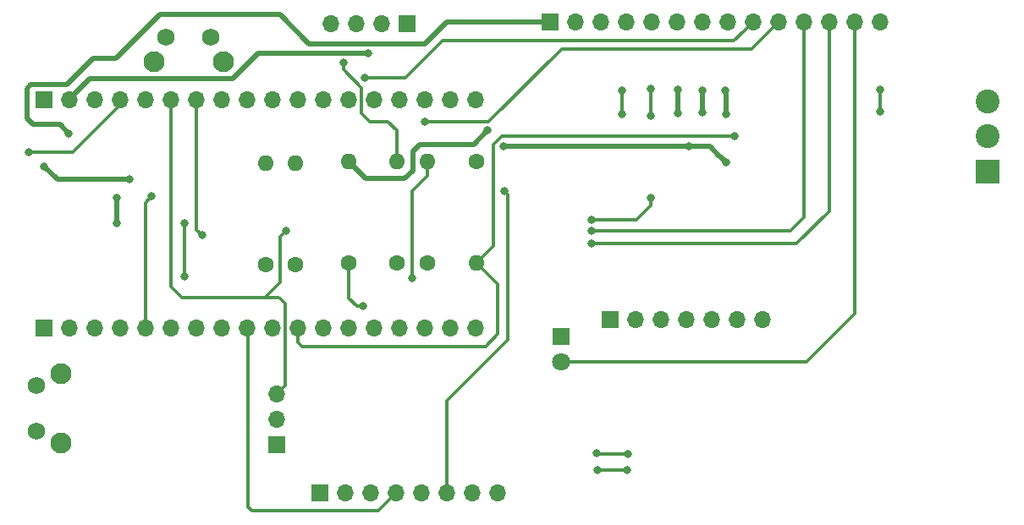
<source format=gbr>
%TF.GenerationSoftware,KiCad,Pcbnew,5.1.6-c6e7f7d~87~ubuntu18.04.1*%
%TF.CreationDate,2021-01-08T11:56:29-05:00*%
%TF.ProjectId,remote,72656d6f-7465-42e6-9b69-6361645f7063,rev?*%
%TF.SameCoordinates,Original*%
%TF.FileFunction,Copper,L2,Bot*%
%TF.FilePolarity,Positive*%
%FSLAX46Y46*%
G04 Gerber Fmt 4.6, Leading zero omitted, Abs format (unit mm)*
G04 Created by KiCad (PCBNEW 5.1.6-c6e7f7d~87~ubuntu18.04.1) date 2021-01-08 11:56:29*
%MOMM*%
%LPD*%
G01*
G04 APERTURE LIST*
%TA.AperFunction,ComponentPad*%
%ADD10C,2.400000*%
%TD*%
%TA.AperFunction,ComponentPad*%
%ADD11R,2.400000X2.400000*%
%TD*%
%TA.AperFunction,ComponentPad*%
%ADD12O,1.600000X1.600000*%
%TD*%
%TA.AperFunction,ComponentPad*%
%ADD13C,1.600000*%
%TD*%
%TA.AperFunction,ComponentPad*%
%ADD14R,1.700000X1.700000*%
%TD*%
%TA.AperFunction,ComponentPad*%
%ADD15O,1.700000X1.700000*%
%TD*%
%TA.AperFunction,ComponentPad*%
%ADD16C,2.100000*%
%TD*%
%TA.AperFunction,ComponentPad*%
%ADD17C,1.750000*%
%TD*%
%TA.AperFunction,ComponentPad*%
%ADD18C,1.800000*%
%TD*%
%TA.AperFunction,ComponentPad*%
%ADD19R,1.800000X1.800000*%
%TD*%
%TA.AperFunction,ViaPad*%
%ADD20C,0.800000*%
%TD*%
%TA.AperFunction,Conductor*%
%ADD21C,0.508000*%
%TD*%
%TA.AperFunction,Conductor*%
%ADD22C,0.304800*%
%TD*%
G04 APERTURE END LIST*
D10*
%TO.P,J6,3*%
%TO.N,+3V3*%
X188200000Y-70600000D03*
%TO.P,J6,2*%
%TO.N,23*%
X188200000Y-74100000D03*
D11*
%TO.P,J6,1*%
%TO.N,GND*%
X188200000Y-77600000D03*
%TD*%
D12*
%TO.P,R1,2*%
%TO.N,23*%
X137100000Y-86760000D03*
D13*
%TO.P,R1,1*%
%TO.N,+3V3*%
X137100000Y-76600000D03*
%TD*%
D14*
%TO.P,J8,1*%
%TO.N,GND*%
X130100000Y-62800000D03*
D15*
%TO.P,J8,2*%
%TO.N,+3V3*%
X127560000Y-62800000D03*
%TO.P,J8,3*%
%TO.N,SDA*%
X125020000Y-62800000D03*
%TO.P,J8,4*%
%TO.N,SCL*%
X122480000Y-62800000D03*
%TD*%
D14*
%TO.P,J3,1*%
%TO.N,5V*%
X144400000Y-62600000D03*
D15*
%TO.P,J3,2*%
%TO.N,GND*%
X146940000Y-62600000D03*
%TO.P,J3,3*%
%TO.N,+3V3*%
X149480000Y-62600000D03*
%TO.P,J3,4*%
%TO.N,RX*%
X152020000Y-62600000D03*
%TO.P,J3,5*%
%TO.N,TX*%
X154560000Y-62600000D03*
%TO.P,J3,6*%
%TO.N,GND*%
X157100000Y-62600000D03*
%TO.P,J3,7*%
%TO.N,VEXT*%
X159640000Y-62600000D03*
%TO.P,J3,8*%
%TO.N,GND*%
X162180000Y-62600000D03*
%TO.P,J3,9*%
%TO.N,34_ADC6_DIO2*%
X164720000Y-62600000D03*
%TO.P,J3,10*%
%TO.N,35_ADC7_DIO1*%
X167260000Y-62600000D03*
%TO.P,J3,11*%
%TO.N,38_A2*%
X169800000Y-62600000D03*
%TO.P,J3,12*%
%TO.N,39_A3*%
X172340000Y-62600000D03*
%TO.P,J3,13*%
%TO.N,17*%
X174880000Y-62600000D03*
%TO.P,J3,14*%
%TO.N,23*%
X177420000Y-62600000D03*
%TD*%
D14*
%TO.P,J2,1*%
%TO.N,GND*%
X93828000Y-70452000D03*
D15*
%TO.P,J2,2*%
%TO.N,+3V3*%
X96368000Y-70452000D03*
%TO.P,J2,3*%
%TO.N,N/C*%
X98908000Y-70452000D03*
%TO.P,J2,4*%
%TO.N,36_A0*%
X101448000Y-70452000D03*
%TO.P,J2,5*%
%TO.N,37_A1*%
X103988000Y-70452000D03*
%TO.P,J2,6*%
%TO.N,38_A2*%
X106528000Y-70452000D03*
%TO.P,J2,7*%
%TO.N,39_A3*%
X109068000Y-70452000D03*
%TO.P,J2,8*%
%TO.N,34_ADC6_DIO2*%
X111608000Y-70452000D03*
%TO.P,J2,9*%
%TO.N,35_ADC7_DIO1*%
X114148000Y-70452000D03*
%TO.P,J2,10*%
%TO.N,N/C*%
X116688000Y-70452000D03*
%TO.P,J2,11*%
X119228000Y-70452000D03*
%TO.P,J2,12*%
X121768000Y-70452000D03*
%TO.P,J2,13*%
X124308000Y-70452000D03*
%TO.P,J2,14*%
X126848000Y-70452000D03*
%TO.P,J2,15*%
X129388000Y-70452000D03*
%TO.P,J2,16*%
X131928000Y-70452000D03*
%TO.P,J2,17*%
X134468000Y-70452000D03*
%TO.P,J2,18*%
%TO.N,SDA*%
X137008000Y-70452000D03*
%TD*%
D16*
%TO.P,SW0,*%
%TO.N,*%
X95515000Y-97815000D03*
D17*
%TO.P,SW0,2*%
%TO.N,GND*%
X93025000Y-99075000D03*
%TO.P,SW0,1*%
%TO.N,36_A0*%
X93025000Y-103575000D03*
D16*
%TO.P,SW0,*%
%TO.N,*%
X95515000Y-104825000D03*
%TD*%
%TO.P,SW1,*%
%TO.N,*%
X104775000Y-66615000D03*
D17*
%TO.P,SW1,1*%
%TO.N,37_A1*%
X106025000Y-64125000D03*
%TO.P,SW1,2*%
%TO.N,GND*%
X110525000Y-64125000D03*
D16*
%TO.P,SW1,*%
%TO.N,*%
X111785000Y-66615000D03*
%TD*%
D12*
%TO.P,R4,2*%
%TO.N,GND*%
X124300000Y-76640000D03*
D13*
%TO.P,R4,1*%
%TO.N,Net-(D1-Pad1)*%
X124300000Y-86800000D03*
%TD*%
D18*
%TO.P,D1,2*%
%TO.N,17*%
X145500000Y-96640000D03*
D19*
%TO.P,D1,1*%
%TO.N,Net-(D1-Pad1)*%
X145500000Y-94100000D03*
%TD*%
D15*
%TO.P,J4,3*%
%TO.N,38_A2*%
X117102000Y-99870000D03*
%TO.P,J4,2*%
%TO.N,GND*%
X117102000Y-102410000D03*
D14*
%TO.P,J4,1*%
%TO.N,+3V3*%
X117102000Y-104950000D03*
%TD*%
%TO.P,J1,1*%
%TO.N,GND*%
X93828000Y-93312000D03*
D15*
%TO.P,J1,2*%
%TO.N,5V*%
X96368000Y-93312000D03*
%TO.P,J1,3*%
%TO.N,VEXT*%
X98908000Y-93312000D03*
%TO.P,J1,4*%
%TO.N,N/C*%
X101448000Y-93312000D03*
%TO.P,J1,5*%
%TO.N,RX*%
X103988000Y-93312000D03*
%TO.P,J1,6*%
%TO.N,TX*%
X106528000Y-93312000D03*
%TO.P,J1,7*%
%TO.N,N/C*%
X109068000Y-93312000D03*
%TO.P,J1,8*%
X111608000Y-93312000D03*
%TO.P,J1,9*%
%TO.N,SCL*%
X114148000Y-93312000D03*
%TO.P,J1,10*%
%TO.N,N/C*%
X116688000Y-93312000D03*
%TO.P,J1,11*%
%TO.N,23*%
X119228000Y-93312000D03*
%TO.P,J1,12*%
%TO.N,N/C*%
X121768000Y-93312000D03*
%TO.P,J1,13*%
X124308000Y-93312000D03*
%TO.P,J1,14*%
X126848000Y-93312000D03*
%TO.P,J1,15*%
X129388000Y-93312000D03*
%TO.P,J1,16*%
X131928000Y-93312000D03*
%TO.P,J1,17*%
%TO.N,17*%
X134468000Y-93312000D03*
%TO.P,J1,18*%
%TO.N,N/C*%
X137008000Y-93312000D03*
%TD*%
D13*
%TO.P,R5,1*%
%TO.N,+3V3*%
X118956000Y-86944000D03*
D12*
%TO.P,R5,2*%
%TO.N,37_A1*%
X118956000Y-76784000D03*
%TD*%
D13*
%TO.P,R6,1*%
%TO.N,+3V3*%
X116000000Y-86944000D03*
D12*
%TO.P,R6,2*%
%TO.N,36_A0*%
X116000000Y-76784000D03*
%TD*%
D15*
%TO.P,J11,8*%
%TO.N,N/C*%
X139186000Y-109788000D03*
%TO.P,J11,7*%
X136646000Y-109788000D03*
%TO.P,J11,6*%
%TO.N,SDA*%
X134106000Y-109788000D03*
%TO.P,J11,5*%
%TO.N,N/C*%
X131566000Y-109788000D03*
%TO.P,J11,4*%
%TO.N,SCL*%
X129026000Y-109788000D03*
%TO.P,J11,3*%
%TO.N,GND*%
X126486000Y-109788000D03*
%TO.P,J11,2*%
%TO.N,N/C*%
X123946000Y-109788000D03*
D14*
%TO.P,J11,1*%
%TO.N,+3V3*%
X121406000Y-109788000D03*
%TD*%
D15*
%TO.P,J9,7*%
%TO.N,N/C*%
X165728000Y-92396000D03*
%TO.P,J9,6*%
X163188000Y-92396000D03*
%TO.P,J9,5*%
X160648000Y-92396000D03*
%TO.P,J9,4*%
%TO.N,SDA*%
X158108000Y-92396000D03*
%TO.P,J9,3*%
%TO.N,SCL*%
X155568000Y-92396000D03*
%TO.P,J9,2*%
%TO.N,GND*%
X153028000Y-92396000D03*
D14*
%TO.P,J9,1*%
%TO.N,+3V3*%
X150488000Y-92396000D03*
%TD*%
D12*
%TO.P,R3,2*%
%TO.N,SDA*%
X129100000Y-76640000D03*
D13*
%TO.P,R3,1*%
%TO.N,+3V3*%
X129100000Y-86800000D03*
%TD*%
D12*
%TO.P,R2,2*%
%TO.N,SCL*%
X132200000Y-76640000D03*
D13*
%TO.P,R2,1*%
%TO.N,+3V3*%
X132200000Y-86800000D03*
%TD*%
D20*
%TO.N,+3V3*%
X101100000Y-82800000D03*
X101100000Y-80200000D03*
X126200000Y-65800000D03*
%TO.N,GND*%
X162050000Y-71900000D03*
X162000000Y-69500000D03*
X102400000Y-78400000D03*
X93828000Y-77072000D03*
X138200000Y-73500000D03*
X162050000Y-76650000D03*
X139800000Y-75100000D03*
X158300000Y-75100000D03*
X157200000Y-71800000D03*
X157200000Y-69400000D03*
%TO.N,SDA*%
X149175000Y-107475000D03*
X152125000Y-107475000D03*
X139900000Y-79600000D03*
X123800000Y-66700000D03*
%TO.N,SCL*%
X152200000Y-105900000D03*
X149100000Y-105800000D03*
X130600000Y-88300000D03*
%TO.N,TX*%
X107900000Y-88100000D03*
X148600000Y-82400000D03*
X154500000Y-80200000D03*
X154500000Y-72000000D03*
X154500000Y-69300000D03*
X107900000Y-82800000D03*
%TO.N,RX*%
X104600000Y-80100000D03*
X151600000Y-71900000D03*
X151600000Y-69500000D03*
%TO.N,38_A2*%
X148600000Y-83500000D03*
X118000000Y-83500000D03*
%TO.N,36_A0*%
X92300000Y-75700000D03*
%TO.N,Net-(D1-Pad1)*%
X125700000Y-91100000D03*
%TO.N,39_A3*%
X148600000Y-84800000D03*
X109600000Y-84000000D03*
%TO.N,5V*%
X96300000Y-73800000D03*
%TO.N,VEXT*%
X159700000Y-69500000D03*
X159700000Y-71700000D03*
%TO.N,23*%
X177500000Y-71600000D03*
X177500000Y-69400000D03*
X162904000Y-74100000D03*
%TO.N,34_ADC6_DIO2*%
X125900000Y-68252400D03*
%TO.N,35_ADC7_DIO1*%
X131900000Y-72600000D03*
%TD*%
D21*
%TO.N,+3V3*%
X101100000Y-82800000D02*
X101100000Y-80200000D01*
X96368000Y-70452000D02*
X96368000Y-70332000D01*
X96368000Y-70332000D02*
X98400000Y-68300000D01*
X98400000Y-68300000D02*
X112700000Y-68300000D01*
X115200000Y-65800000D02*
X114750000Y-66250000D01*
X112700000Y-68300000D02*
X114750000Y-66250000D01*
X126200000Y-65800000D02*
X115200000Y-65800000D01*
%TO.N,GND*%
X162050000Y-71900000D02*
X162050000Y-69550000D01*
X162050000Y-69550000D02*
X162000000Y-69500000D01*
X95156000Y-78400000D02*
X93828000Y-77072000D01*
X102400000Y-78400000D02*
X95156000Y-78400000D01*
X138200000Y-73500000D02*
X136800000Y-74900000D01*
X136800000Y-74900000D02*
X131400000Y-74900000D01*
X131400000Y-74900000D02*
X130700000Y-75600000D01*
X130700000Y-75600000D02*
X130700000Y-77500000D01*
X130700000Y-77500000D02*
X129900000Y-78300000D01*
X125960000Y-78300000D02*
X124300000Y-76640000D01*
X129900000Y-78300000D02*
X125960000Y-78300000D01*
X162050000Y-76650000D02*
X161500000Y-76100000D01*
X161500000Y-76100000D02*
X161400000Y-76100000D01*
X161400000Y-76100000D02*
X160400000Y-75100000D01*
X160400000Y-75100000D02*
X158300000Y-75100000D01*
X158300000Y-75100000D02*
X139800000Y-75100000D01*
X157200000Y-71800000D02*
X157200000Y-69400000D01*
D22*
%TO.N,SDA*%
X149175000Y-107475000D02*
X152125000Y-107475000D01*
X134106000Y-109788000D02*
X134106000Y-100594000D01*
X134106000Y-100594000D02*
X140200000Y-94500000D01*
X140200000Y-94500000D02*
X140200000Y-86900000D01*
X140200000Y-86900000D02*
X140200000Y-79900000D01*
X140200000Y-79900000D02*
X139900000Y-79600000D01*
X129100000Y-73500000D02*
X128200000Y-72600000D01*
X129100000Y-76640000D02*
X129100000Y-73500000D01*
X123800000Y-67400000D02*
X123800000Y-66700000D01*
X128200000Y-72600000D02*
X126400000Y-72600000D01*
X126400000Y-72600000D02*
X125600000Y-71800000D01*
X125600000Y-69200000D02*
X123800000Y-67400000D01*
X125600000Y-71800000D02*
X125600000Y-69200000D01*
%TO.N,SCL*%
X152200000Y-105900000D02*
X149200000Y-105900000D01*
X149200000Y-105900000D02*
X149100000Y-105800000D01*
X130600000Y-88300000D02*
X130600000Y-79600000D01*
X132200000Y-78000000D02*
X132200000Y-76640000D01*
X130600000Y-79600000D02*
X132200000Y-78000000D01*
X114600000Y-111600000D02*
X114200000Y-111200000D01*
X129026000Y-109788000D02*
X127214000Y-111600000D01*
X127214000Y-111600000D02*
X114600000Y-111600000D01*
X114200000Y-93364000D02*
X114148000Y-93312000D01*
X114200000Y-111200000D02*
X114200000Y-93364000D01*
%TO.N,TX*%
X152400000Y-82400000D02*
X153100000Y-82400000D01*
X153100000Y-82400000D02*
X154500000Y-81000000D01*
X154500000Y-81000000D02*
X154500000Y-80200000D01*
X154500000Y-72000000D02*
X154500000Y-69300000D01*
X107900000Y-88100000D02*
X107900000Y-82800000D01*
X152400000Y-82400000D02*
X148600000Y-82400000D01*
%TO.N,RX*%
X103988000Y-93312000D02*
X103988000Y-80712000D01*
X103988000Y-80712000D02*
X104600000Y-80100000D01*
X151600000Y-71900000D02*
X151600000Y-69500000D01*
%TO.N,38_A2*%
X117950000Y-99022000D02*
X117102000Y-99870000D01*
X117950000Y-90850000D02*
X117950000Y-99022000D01*
X106528000Y-70452000D02*
X106528000Y-89128000D01*
X106528000Y-89128000D02*
X107600000Y-90200000D01*
X169800000Y-62600000D02*
X169800000Y-82200000D01*
X169800000Y-82200000D02*
X168500000Y-83500000D01*
X168500000Y-83500000D02*
X152400000Y-83500000D01*
X117300000Y-90200000D02*
X117400000Y-90300000D01*
X117400000Y-90300000D02*
X117950000Y-90850000D01*
X117400000Y-88700000D02*
X115900000Y-90200000D01*
X117400000Y-84100000D02*
X117400000Y-88700000D01*
X118000000Y-83500000D02*
X117400000Y-84100000D01*
X107600000Y-90200000D02*
X115900000Y-90200000D01*
X115900000Y-90200000D02*
X117300000Y-90200000D01*
X152400000Y-83500000D02*
X148600000Y-83500000D01*
%TO.N,36_A0*%
X92300000Y-75700000D02*
X96700000Y-75700000D01*
X101448000Y-70952000D02*
X101448000Y-70452000D01*
X96700000Y-75700000D02*
X101448000Y-70952000D01*
%TO.N,Net-(D1-Pad1)*%
X125700000Y-91100000D02*
X125100000Y-91100000D01*
X125100000Y-91100000D02*
X124300000Y-90300000D01*
X124300000Y-90300000D02*
X124300000Y-86800000D01*
%TO.N,39_A3*%
X172340000Y-62600000D02*
X172340000Y-81560000D01*
X172340000Y-81560000D02*
X169100000Y-84800000D01*
X109068000Y-83468000D02*
X109068000Y-70452000D01*
X109600000Y-84000000D02*
X109068000Y-83468000D01*
X169100000Y-84800000D02*
X152400000Y-84800000D01*
X152400000Y-84800000D02*
X148600000Y-84800000D01*
D21*
%TO.N,5V*%
X134100000Y-62600000D02*
X144400000Y-62600000D01*
X131900000Y-64800000D02*
X134100000Y-62600000D01*
X120300000Y-64800000D02*
X131900000Y-64800000D01*
X117400000Y-61900000D02*
X120300000Y-64800000D01*
X105400000Y-61900000D02*
X117400000Y-61900000D01*
X101000000Y-66300000D02*
X105400000Y-61900000D01*
X96300000Y-73800000D02*
X95400000Y-72900000D01*
X98700000Y-66300000D02*
X101000000Y-66300000D01*
X96069990Y-68930010D02*
X98700000Y-66300000D01*
X95400000Y-72900000D02*
X92700000Y-72900000D01*
X92700000Y-72900000D02*
X92100000Y-72300000D01*
X92100000Y-72300000D02*
X92100000Y-69300000D01*
X92100000Y-69300000D02*
X92469990Y-68930010D01*
X92469990Y-68930010D02*
X96069990Y-68930010D01*
%TO.N,VEXT*%
X159700000Y-69500000D02*
X159700000Y-71700000D01*
D22*
%TO.N,23*%
X177500000Y-71600000D02*
X177500000Y-69400000D01*
X119228000Y-93312000D02*
X119228000Y-94728000D01*
X119228000Y-94728000D02*
X119600000Y-95100000D01*
X119600000Y-95100000D02*
X138000000Y-95100000D01*
X138000000Y-95100000D02*
X139200000Y-93900000D01*
X139200000Y-88860000D02*
X137100000Y-86760000D01*
X139200000Y-93900000D02*
X139200000Y-88860000D01*
X162904000Y-74100000D02*
X139600000Y-74100000D01*
X139600000Y-74100000D02*
X138800000Y-74900000D01*
X138800000Y-85060000D02*
X137100000Y-86760000D01*
X138800000Y-74900000D02*
X138800000Y-85060000D01*
%TO.N,17*%
X170060000Y-96640000D02*
X174880000Y-91820000D01*
X145500000Y-96640000D02*
X170060000Y-96640000D01*
X174880000Y-91820000D02*
X174880000Y-62600000D01*
%TO.N,34_ADC6_DIO2*%
X164720000Y-62600000D02*
X163800000Y-63520000D01*
X163800000Y-63520000D02*
X162820000Y-64500000D01*
X162820000Y-64500000D02*
X133700000Y-64500000D01*
X133700000Y-64500000D02*
X129947600Y-68252400D01*
X129947600Y-68252400D02*
X125900000Y-68252400D01*
%TO.N,35_ADC7_DIO1*%
X131900000Y-72600000D02*
X138300000Y-72600000D01*
X138300000Y-72600000D02*
X145600000Y-65300000D01*
X164560000Y-65300000D02*
X167260000Y-62600000D01*
X145600000Y-65300000D02*
X164560000Y-65300000D01*
%TD*%
M02*

</source>
